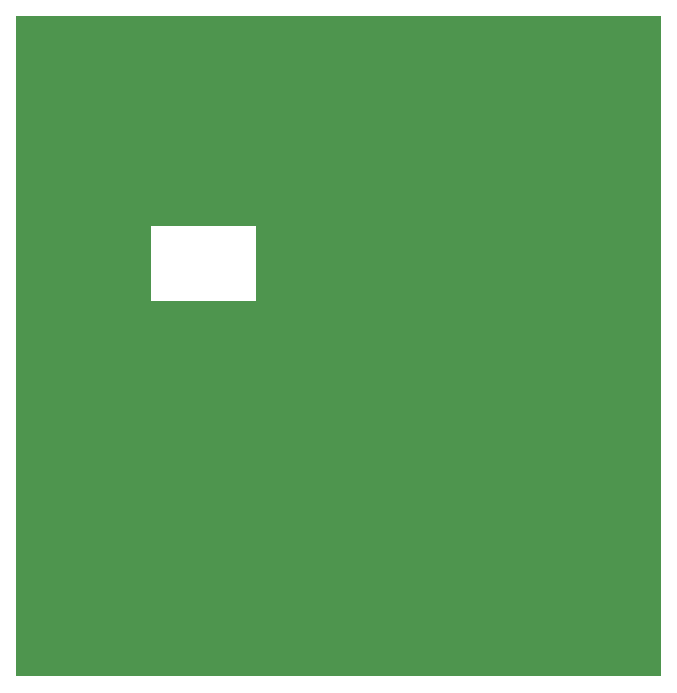
<source format=gbr>
G04 EAGLE Gerber RS-274X export*
G75*
%MOMM*%
%FSLAX34Y34*%
%LPD*%
%IN*%
%IPPOS*%
%AMOC8*
5,1,8,0,0,1.08239X$1,22.5*%
G01*

G36*
X0Y0D02*
X-546100Y0D01*
X-546100Y558800D01*
X0Y558800D01*
X0Y0D01*
G37*
%LPC*%
G36*
X-342900Y317500D02*
X-431800Y317500D01*
X-431800Y381000D01*
X-342900Y381000D01*
X-342900Y317500D01*
G37*
M02*

</source>
